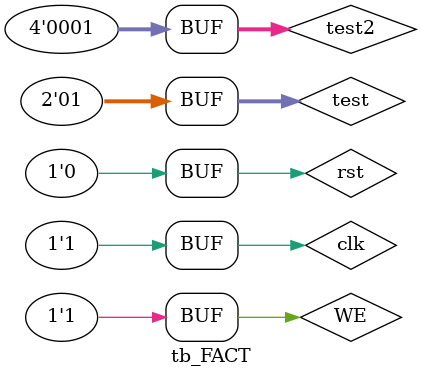
<source format=v>
module tb_FACT;

    
    reg clk, rst;
    reg [1:0] test;
    reg [3:0] test2;
    reg WE;
    wire [31:0] FactData;
    fact_top fact (
            .clk            (clk),
            .rst            (rst),
            .A              (test),
            .WE             (WE),
            .WD             (test2),
            .fact_data_out  (FactData)
    );
    task tick; 
    begin 
        clk = 1'b0; #5;
        clk = 1'b1; #5;
    end
    endtask

    task reset;
    begin 
        rst = 1'b0; #5;
        rst = 1'b1; #5;
        rst = 1'b0;
    end
    endtask
        
    initial begin
        test = 0;
        test2 = 6;
        WE = 1;
        reset;
        tick;
        tick;
        test = 1;
        test2 = 1;
        tick; 
        tick;
        tick;
        tick;
        tick;
        tick;
        tick;
        tick;
        tick;
        tick;
        tick;
        tick;
        tick; 
        tick;
        tick;
        tick;
        tick;
        tick;
        tick;
        tick;
        tick;
        tick;
        tick;
        tick;
    end 
endmodule

</source>
